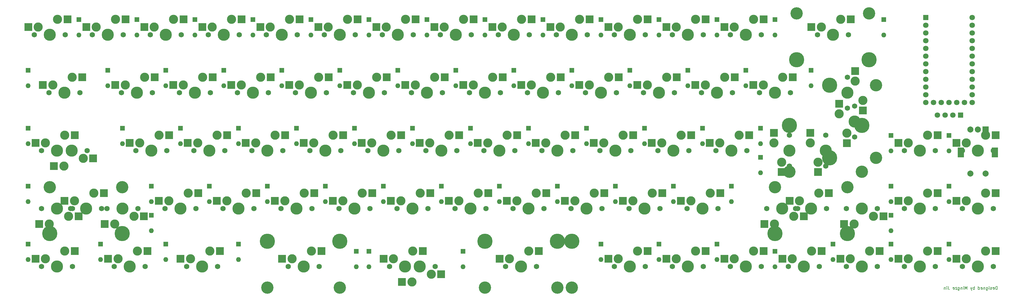
<source format=gbr>
%TF.GenerationSoftware,KiCad,Pcbnew,(6.0.1)*%
%TF.CreationDate,2022-05-17T12:01:51-04:00*%
%TF.ProjectId,GanJing 65 rev 2 hotswap,47616e4a-696e-4672-9036-352072657620,2*%
%TF.SameCoordinates,Original*%
%TF.FileFunction,Soldermask,Bot*%
%TF.FilePolarity,Negative*%
%FSLAX46Y46*%
G04 Gerber Fmt 4.6, Leading zero omitted, Abs format (unit mm)*
G04 Created by KiCad (PCBNEW (6.0.1)) date 2022-05-17 12:01:51*
%MOMM*%
%LPD*%
G01*
G04 APERTURE LIST*
%ADD10C,0.150000*%
%ADD11R,1.600000X1.600000*%
%ADD12O,1.600000X1.600000*%
%ADD13R,1.800000X1.800000*%
%ADD14C,1.800000*%
%ADD15C,3.987800*%
%ADD16C,1.750000*%
%ADD17C,3.000000*%
%ADD18R,2.550000X2.500000*%
%ADD19C,4.050000*%
%ADD20C,5.000000*%
%ADD21R,2.500000X2.550000*%
%ADD22R,2.000000X3.200000*%
%ADD23R,2.000000X2.000000*%
%ADD24C,2.000000*%
G04 APERTURE END LIST*
D10*
X370664285Y-188571130D02*
X370664285Y-187571130D01*
X370426190Y-187571130D01*
X370283333Y-187618750D01*
X370188095Y-187713988D01*
X370140476Y-187809226D01*
X370092857Y-187999702D01*
X370092857Y-188142559D01*
X370140476Y-188333035D01*
X370188095Y-188428273D01*
X370283333Y-188523511D01*
X370426190Y-188571130D01*
X370664285Y-188571130D01*
X369283333Y-188523511D02*
X369378571Y-188571130D01*
X369569047Y-188571130D01*
X369664285Y-188523511D01*
X369711904Y-188428273D01*
X369711904Y-188047321D01*
X369664285Y-187952083D01*
X369569047Y-187904464D01*
X369378571Y-187904464D01*
X369283333Y-187952083D01*
X369235714Y-188047321D01*
X369235714Y-188142559D01*
X369711904Y-188237797D01*
X368854761Y-188523511D02*
X368759523Y-188571130D01*
X368569047Y-188571130D01*
X368473809Y-188523511D01*
X368426190Y-188428273D01*
X368426190Y-188380654D01*
X368473809Y-188285416D01*
X368569047Y-188237797D01*
X368711904Y-188237797D01*
X368807142Y-188190178D01*
X368854761Y-188094940D01*
X368854761Y-188047321D01*
X368807142Y-187952083D01*
X368711904Y-187904464D01*
X368569047Y-187904464D01*
X368473809Y-187952083D01*
X367997619Y-188571130D02*
X367997619Y-187904464D01*
X367997619Y-187571130D02*
X368045238Y-187618750D01*
X367997619Y-187666369D01*
X367950000Y-187618750D01*
X367997619Y-187571130D01*
X367997619Y-187666369D01*
X367092857Y-187904464D02*
X367092857Y-188713988D01*
X367140476Y-188809226D01*
X367188095Y-188856845D01*
X367283333Y-188904464D01*
X367426190Y-188904464D01*
X367521428Y-188856845D01*
X367092857Y-188523511D02*
X367188095Y-188571130D01*
X367378571Y-188571130D01*
X367473809Y-188523511D01*
X367521428Y-188475892D01*
X367569047Y-188380654D01*
X367569047Y-188094940D01*
X367521428Y-187999702D01*
X367473809Y-187952083D01*
X367378571Y-187904464D01*
X367188095Y-187904464D01*
X367092857Y-187952083D01*
X366616666Y-187904464D02*
X366616666Y-188571130D01*
X366616666Y-187999702D02*
X366569047Y-187952083D01*
X366473809Y-187904464D01*
X366330952Y-187904464D01*
X366235714Y-187952083D01*
X366188095Y-188047321D01*
X366188095Y-188571130D01*
X365330952Y-188523511D02*
X365426190Y-188571130D01*
X365616666Y-188571130D01*
X365711904Y-188523511D01*
X365759523Y-188428273D01*
X365759523Y-188047321D01*
X365711904Y-187952083D01*
X365616666Y-187904464D01*
X365426190Y-187904464D01*
X365330952Y-187952083D01*
X365283333Y-188047321D01*
X365283333Y-188142559D01*
X365759523Y-188237797D01*
X364426190Y-188571130D02*
X364426190Y-187571130D01*
X364426190Y-188523511D02*
X364521428Y-188571130D01*
X364711904Y-188571130D01*
X364807142Y-188523511D01*
X364854761Y-188475892D01*
X364902380Y-188380654D01*
X364902380Y-188094940D01*
X364854761Y-187999702D01*
X364807142Y-187952083D01*
X364711904Y-187904464D01*
X364521428Y-187904464D01*
X364426190Y-187952083D01*
X363188095Y-188571130D02*
X363188095Y-187571130D01*
X363188095Y-187952083D02*
X363092857Y-187904464D01*
X362902380Y-187904464D01*
X362807142Y-187952083D01*
X362759523Y-187999702D01*
X362711904Y-188094940D01*
X362711904Y-188380654D01*
X362759523Y-188475892D01*
X362807142Y-188523511D01*
X362902380Y-188571130D01*
X363092857Y-188571130D01*
X363188095Y-188523511D01*
X362378571Y-187904464D02*
X362140476Y-188571130D01*
X361902380Y-187904464D02*
X362140476Y-188571130D01*
X362235714Y-188809226D01*
X362283333Y-188856845D01*
X362378571Y-188904464D01*
X360759523Y-188571130D02*
X360759523Y-187571130D01*
X360426190Y-188285416D01*
X360092857Y-187571130D01*
X360092857Y-188571130D01*
X359616666Y-188571130D02*
X359616666Y-187904464D01*
X359616666Y-187571130D02*
X359664285Y-187618750D01*
X359616666Y-187666369D01*
X359569047Y-187618750D01*
X359616666Y-187571130D01*
X359616666Y-187666369D01*
X359140476Y-187904464D02*
X359140476Y-188571130D01*
X359140476Y-187999702D02*
X359092857Y-187952083D01*
X358997619Y-187904464D01*
X358854761Y-187904464D01*
X358759523Y-187952083D01*
X358711904Y-188047321D01*
X358711904Y-188571130D01*
X357807142Y-187904464D02*
X357807142Y-188713988D01*
X357854761Y-188809226D01*
X357902380Y-188856845D01*
X357997619Y-188904464D01*
X358140476Y-188904464D01*
X358235714Y-188856845D01*
X357807142Y-188523511D02*
X357902380Y-188571130D01*
X358092857Y-188571130D01*
X358188095Y-188523511D01*
X358235714Y-188475892D01*
X358283333Y-188380654D01*
X358283333Y-188094940D01*
X358235714Y-187999702D01*
X358188095Y-187952083D01*
X358092857Y-187904464D01*
X357902380Y-187904464D01*
X357807142Y-187952083D01*
X357426190Y-187904464D02*
X356902380Y-187904464D01*
X357426190Y-188571130D01*
X356902380Y-188571130D01*
X356140476Y-188523511D02*
X356235714Y-188571130D01*
X356426190Y-188571130D01*
X356521428Y-188523511D01*
X356569047Y-188428273D01*
X356569047Y-188047321D01*
X356521428Y-187952083D01*
X356426190Y-187904464D01*
X356235714Y-187904464D01*
X356140476Y-187952083D01*
X356092857Y-188047321D01*
X356092857Y-188142559D01*
X356569047Y-188237797D01*
X354616666Y-187571130D02*
X354616666Y-188285416D01*
X354664285Y-188428273D01*
X354759523Y-188523511D01*
X354902380Y-188571130D01*
X354997619Y-188571130D01*
X354140476Y-188571130D02*
X354140476Y-187904464D01*
X354140476Y-187571130D02*
X354188095Y-187618750D01*
X354140476Y-187666369D01*
X354092857Y-187618750D01*
X354140476Y-187571130D01*
X354140476Y-187666369D01*
X353664285Y-187904464D02*
X353664285Y-188571130D01*
X353664285Y-187999702D02*
X353616666Y-187952083D01*
X353521428Y-187904464D01*
X353378571Y-187904464D01*
X353283333Y-187952083D01*
X353235714Y-188047321D01*
X353235714Y-188571130D01*
D11*
%TO.C,D1*%
X69056250Y-99853750D03*
D12*
X69056250Y-104933750D03*
%TD*%
D11*
%TO.C,D2*%
X88106250Y-99853750D03*
D12*
X88106250Y-104933750D03*
%TD*%
D11*
%TO.C,D3*%
X107156250Y-99853750D03*
D12*
X107156250Y-104933750D03*
%TD*%
D11*
%TO.C,D4*%
X126206250Y-99853750D03*
D12*
X126206250Y-104933750D03*
%TD*%
D11*
%TO.C,D5*%
X145256250Y-99853750D03*
D12*
X145256250Y-104933750D03*
%TD*%
D11*
%TO.C,D6*%
X164306250Y-99853750D03*
D12*
X164306250Y-104933750D03*
%TD*%
D11*
%TO.C,D7*%
X183356250Y-99853750D03*
D12*
X183356250Y-104933750D03*
%TD*%
D11*
%TO.C,D8*%
X202406250Y-99853750D03*
D12*
X202406250Y-104933750D03*
%TD*%
D11*
%TO.C,D9*%
X221456250Y-99853750D03*
D12*
X221456250Y-104933750D03*
%TD*%
D11*
%TO.C,D10*%
X240506250Y-99853750D03*
D12*
X240506250Y-104933750D03*
%TD*%
D11*
%TO.C,D11*%
X259556250Y-99853750D03*
D12*
X259556250Y-104933750D03*
%TD*%
D11*
%TO.C,D12*%
X278606250Y-99853750D03*
D12*
X278606250Y-104933750D03*
%TD*%
D11*
%TO.C,D13*%
X297656250Y-99853750D03*
D12*
X297656250Y-104933750D03*
%TD*%
D11*
%TO.C,D14*%
X333375000Y-99853750D03*
D12*
X333375000Y-104933750D03*
%TD*%
D11*
%TO.C,D16*%
X52387500Y-116522500D03*
D12*
X52387500Y-121602500D03*
%TD*%
D11*
%TO.C,D17*%
X78581250Y-116522500D03*
D12*
X78581250Y-121602500D03*
%TD*%
D11*
%TO.C,D18*%
X97631250Y-116522500D03*
D12*
X97631250Y-121602500D03*
%TD*%
D11*
%TO.C,D19*%
X116681250Y-116522500D03*
D12*
X116681250Y-121602500D03*
%TD*%
D11*
%TO.C,D20*%
X135731250Y-116522500D03*
D12*
X135731250Y-121602500D03*
%TD*%
D11*
%TO.C,D21*%
X154781250Y-116522500D03*
D12*
X154781250Y-121602500D03*
%TD*%
D11*
%TO.C,D22*%
X173831250Y-116522500D03*
D12*
X173831250Y-121602500D03*
%TD*%
D11*
%TO.C,D23*%
X192881250Y-116522500D03*
D12*
X192881250Y-121602500D03*
%TD*%
D11*
%TO.C,D24*%
X211931250Y-116522500D03*
D12*
X211931250Y-121602500D03*
%TD*%
D11*
%TO.C,D25*%
X230981250Y-116522500D03*
D12*
X230981250Y-121602500D03*
%TD*%
D11*
%TO.C,D26*%
X250031250Y-116522500D03*
D12*
X250031250Y-121602500D03*
%TD*%
D11*
%TO.C,D27*%
X269081250Y-116522500D03*
D12*
X269081250Y-121602500D03*
%TD*%
D11*
%TO.C,D28*%
X288131250Y-116522500D03*
D12*
X288131250Y-121602500D03*
%TD*%
D11*
%TO.C,D29*%
X309562500Y-116522500D03*
D12*
X309562500Y-121602500D03*
%TD*%
D11*
%TO.C,D30*%
X335756250Y-137953750D03*
D12*
X335756250Y-143033750D03*
%TD*%
D11*
%TO.C,D31*%
X52387500Y-135572500D03*
D12*
X52387500Y-140652500D03*
%TD*%
D11*
%TO.C,D32*%
X83343750Y-135572500D03*
D12*
X83343750Y-140652500D03*
%TD*%
D11*
%TO.C,D33*%
X102393750Y-135572500D03*
D12*
X102393750Y-140652500D03*
%TD*%
D11*
%TO.C,D34*%
X121443750Y-135572500D03*
D12*
X121443750Y-140652500D03*
%TD*%
D11*
%TO.C,D35*%
X140493750Y-135572500D03*
D12*
X140493750Y-140652500D03*
%TD*%
D11*
%TO.C,D36*%
X159543750Y-135572500D03*
D12*
X159543750Y-140652500D03*
%TD*%
D11*
%TO.C,D37*%
X178593750Y-135572500D03*
D12*
X178593750Y-140652500D03*
%TD*%
D11*
%TO.C,D38*%
X197643750Y-135572500D03*
D12*
X197643750Y-140652500D03*
%TD*%
D11*
%TO.C,D39*%
X216693750Y-135572500D03*
D12*
X216693750Y-140652500D03*
%TD*%
D11*
%TO.C,D40*%
X235743750Y-135572500D03*
D12*
X235743750Y-140652500D03*
%TD*%
D11*
%TO.C,D41*%
X254793750Y-135572500D03*
D12*
X254793750Y-140652500D03*
%TD*%
D11*
%TO.C,D42*%
X273843750Y-135572500D03*
D12*
X273843750Y-140652500D03*
%TD*%
D11*
%TO.C,D44*%
X292893750Y-135572500D03*
D12*
X292893750Y-140652500D03*
%TD*%
D11*
%TO.C,D45*%
X335756250Y-154622500D03*
D12*
X335756250Y-159702500D03*
%TD*%
D11*
%TO.C,D46*%
X52387500Y-154622500D03*
D12*
X52387500Y-159702500D03*
%TD*%
D11*
%TO.C,D48*%
X92868750Y-154622500D03*
D12*
X92868750Y-159702500D03*
%TD*%
D11*
%TO.C,D49*%
X111918750Y-154622500D03*
D12*
X111918750Y-159702500D03*
%TD*%
D11*
%TO.C,D50*%
X130968750Y-154622500D03*
D12*
X130968750Y-159702500D03*
%TD*%
D11*
%TO.C,D51*%
X150018750Y-154622500D03*
D12*
X150018750Y-159702500D03*
%TD*%
D11*
%TO.C,D52*%
X169068750Y-154622500D03*
D12*
X169068750Y-159702500D03*
%TD*%
D11*
%TO.C,D53*%
X188118750Y-154622500D03*
D12*
X188118750Y-159702500D03*
%TD*%
D11*
%TO.C,D54*%
X207168750Y-154622500D03*
D12*
X207168750Y-159702500D03*
%TD*%
D11*
%TO.C,D55*%
X226218750Y-154622500D03*
D12*
X226218750Y-159702500D03*
%TD*%
D11*
%TO.C,D57*%
X264318750Y-154622500D03*
D12*
X264318750Y-159702500D03*
%TD*%
D11*
%TO.C,D58*%
X283368750Y-154622500D03*
D12*
X283368750Y-159702500D03*
%TD*%
D11*
%TO.C,D60*%
X354806250Y-154622500D03*
D12*
X354806250Y-159702500D03*
%TD*%
D11*
%TO.C,D61*%
X52387500Y-173672500D03*
D12*
X52387500Y-178752500D03*
%TD*%
D11*
%TO.C,D62*%
X76200000Y-173672500D03*
D12*
X76200000Y-178752500D03*
%TD*%
D11*
%TO.C,D63*%
X97631250Y-173672500D03*
D12*
X97631250Y-178752500D03*
%TD*%
D11*
%TO.C,D66*%
X164306250Y-176053750D03*
D12*
X164306250Y-181133750D03*
%TD*%
D11*
%TO.C,D68*%
X240506250Y-173672500D03*
D12*
X240506250Y-178752500D03*
%TD*%
D11*
%TO.C,D69*%
X259556250Y-173672500D03*
D12*
X259556250Y-178752500D03*
%TD*%
D11*
%TO.C,D70*%
X278606250Y-173672500D03*
D12*
X278606250Y-178752500D03*
%TD*%
D11*
%TO.C,D71*%
X297656250Y-176053750D03*
D12*
X297656250Y-181133750D03*
%TD*%
D11*
%TO.C,D72*%
X316706250Y-173672500D03*
D12*
X316706250Y-178752500D03*
%TD*%
D11*
%TO.C,D74*%
X354806250Y-173672500D03*
D12*
X354806250Y-178752500D03*
%TD*%
D11*
%TO.C,D15*%
X354806250Y-137953750D03*
D12*
X354806250Y-143033750D03*
%TD*%
D13*
%TO.C,DS1*%
X358616250Y-131250000D03*
D14*
X356076250Y-131250000D03*
X353536250Y-131250000D03*
X350996250Y-131250000D03*
%TD*%
D15*
%TO.C,MX1*%
X59531250Y-104775000D03*
D16*
X54451250Y-104775000D03*
D17*
X55721250Y-102235000D03*
X62071250Y-99695000D03*
D16*
X64611250Y-104775000D03*
D18*
X52446250Y-102235000D03*
X65373250Y-99695000D03*
%TD*%
D17*
%TO.C,MX2*%
X74771250Y-102235000D03*
D16*
X83661250Y-104775000D03*
D15*
X78581250Y-104775000D03*
D17*
X81121250Y-99695000D03*
D16*
X73501250Y-104775000D03*
D18*
X71496250Y-102235000D03*
X84423250Y-99695000D03*
%TD*%
D16*
%TO.C,MX3*%
X102711250Y-104775000D03*
D17*
X100171250Y-99695000D03*
D15*
X97631250Y-104775000D03*
D16*
X92551250Y-104775000D03*
D17*
X93821250Y-102235000D03*
D18*
X90546250Y-102235000D03*
X103473250Y-99695000D03*
%TD*%
D17*
%TO.C,MX4*%
X112871250Y-102235000D03*
D16*
X121761250Y-104775000D03*
X111601250Y-104775000D03*
D15*
X116681250Y-104775000D03*
D17*
X119221250Y-99695000D03*
D18*
X109596250Y-102235000D03*
X122523250Y-99695000D03*
%TD*%
D16*
%TO.C,MX5*%
X140811250Y-104775000D03*
X130651250Y-104775000D03*
D17*
X138271250Y-99695000D03*
D15*
X135731250Y-104775000D03*
D17*
X131921250Y-102235000D03*
D18*
X128646250Y-102235000D03*
X141573250Y-99695000D03*
%TD*%
D17*
%TO.C,MX6*%
X157321250Y-99695000D03*
D15*
X154781250Y-104775000D03*
D16*
X159861250Y-104775000D03*
D17*
X150971250Y-102235000D03*
D16*
X149701250Y-104775000D03*
D18*
X147696250Y-102235000D03*
X160623250Y-99695000D03*
%TD*%
D16*
%TO.C,MX7*%
X168751250Y-104775000D03*
D17*
X176371250Y-99695000D03*
D16*
X178911250Y-104775000D03*
D17*
X170021250Y-102235000D03*
D15*
X173831250Y-104775000D03*
D18*
X166746250Y-102235000D03*
X179673250Y-99695000D03*
%TD*%
D17*
%TO.C,MX8*%
X189071250Y-102235000D03*
D15*
X192881250Y-104775000D03*
D17*
X195421250Y-99695000D03*
D16*
X187801250Y-104775000D03*
X197961250Y-104775000D03*
D18*
X185796250Y-102235000D03*
X198723250Y-99695000D03*
%TD*%
D17*
%TO.C,MX9*%
X208121250Y-102235000D03*
D16*
X206851250Y-104775000D03*
D15*
X211931250Y-104775000D03*
D17*
X214471250Y-99695000D03*
D16*
X217011250Y-104775000D03*
D18*
X204846250Y-102235000D03*
X217773250Y-99695000D03*
%TD*%
D15*
%TO.C,MX10*%
X230981250Y-104775000D03*
D17*
X233521250Y-99695000D03*
X227171250Y-102235000D03*
D16*
X236061250Y-104775000D03*
X225901250Y-104775000D03*
D18*
X223896250Y-102235000D03*
X236823250Y-99695000D03*
%TD*%
D16*
%TO.C,MX11*%
X255111250Y-104775000D03*
X244951250Y-104775000D03*
D17*
X246221250Y-102235000D03*
X252571250Y-99695000D03*
D15*
X250031250Y-104775000D03*
D18*
X242946250Y-102235000D03*
X255873250Y-99695000D03*
%TD*%
D17*
%TO.C,MX12*%
X271621250Y-99695000D03*
D15*
X269081250Y-104775000D03*
D17*
X265271250Y-102235000D03*
D16*
X264001250Y-104775000D03*
X274161250Y-104775000D03*
D18*
X261996250Y-102235000D03*
X274923250Y-99695000D03*
%TD*%
D15*
%TO.C,MX13*%
X288131250Y-104775000D03*
D17*
X284321250Y-102235000D03*
D16*
X293211250Y-104775000D03*
D17*
X290671250Y-99695000D03*
D16*
X283051250Y-104775000D03*
D18*
X281046250Y-102235000D03*
X293973250Y-99695000D03*
%TD*%
D17*
%TO.C,MX14*%
X312896250Y-102235000D03*
D19*
X304806250Y-97775000D03*
D17*
X319246250Y-99695000D03*
D20*
X304806250Y-113015000D03*
D19*
X328606250Y-97775000D03*
D16*
X321786250Y-104775000D03*
D20*
X328606250Y-113015000D03*
D16*
X311626250Y-104775000D03*
D15*
X316706250Y-104775000D03*
D18*
X309621250Y-102235000D03*
X322548250Y-99695000D03*
%TD*%
D15*
%TO.C,MX16*%
X64293750Y-123825000D03*
D16*
X69373750Y-123825000D03*
D17*
X66833750Y-118745000D03*
D16*
X59213750Y-123825000D03*
D17*
X60483750Y-121285000D03*
D18*
X70135750Y-118745000D03*
X57208750Y-121285000D03*
%TD*%
D16*
%TO.C,MX17*%
X93186250Y-123825000D03*
X83026250Y-123825000D03*
D17*
X84296250Y-121285000D03*
D15*
X88106250Y-123825000D03*
D17*
X90646250Y-118745000D03*
D18*
X93948250Y-118745000D03*
X81021250Y-121285000D03*
%TD*%
D17*
%TO.C,MX18*%
X109696250Y-118745000D03*
D16*
X102076250Y-123825000D03*
D17*
X103346250Y-121285000D03*
D16*
X112236250Y-123825000D03*
D15*
X107156250Y-123825000D03*
D18*
X112998250Y-118745000D03*
X100071250Y-121285000D03*
%TD*%
D16*
%TO.C,MX19*%
X121126250Y-123825000D03*
X131286250Y-123825000D03*
D17*
X122396250Y-121285000D03*
D15*
X126206250Y-123825000D03*
D17*
X128746250Y-118745000D03*
D18*
X132048250Y-118745000D03*
X119121250Y-121285000D03*
%TD*%
D15*
%TO.C,MX20*%
X145256250Y-123825000D03*
D17*
X141446250Y-121285000D03*
X147796250Y-118745000D03*
D16*
X150336250Y-123825000D03*
X140176250Y-123825000D03*
D18*
X151098250Y-118745000D03*
X138171250Y-121285000D03*
%TD*%
D15*
%TO.C,MX21*%
X164306250Y-123825000D03*
D17*
X160496250Y-121285000D03*
X166846250Y-118745000D03*
D16*
X159226250Y-123825000D03*
X169386250Y-123825000D03*
D18*
X170148250Y-118745000D03*
X157221250Y-121285000D03*
%TD*%
D15*
%TO.C,MX22*%
X183356250Y-123825000D03*
D17*
X185896250Y-118745000D03*
D16*
X188436250Y-123825000D03*
D17*
X179546250Y-121285000D03*
D16*
X178276250Y-123825000D03*
D18*
X189198250Y-118745000D03*
X176271250Y-121285000D03*
%TD*%
D16*
%TO.C,MX23*%
X207486250Y-123825000D03*
D17*
X204946250Y-118745000D03*
D16*
X197326250Y-123825000D03*
D17*
X198596250Y-121285000D03*
D15*
X202406250Y-123825000D03*
D18*
X208248250Y-118745000D03*
X195321250Y-121285000D03*
%TD*%
D17*
%TO.C,MX24*%
X223996250Y-118745000D03*
D16*
X226536250Y-123825000D03*
D17*
X217646250Y-121285000D03*
D15*
X221456250Y-123825000D03*
D16*
X216376250Y-123825000D03*
D18*
X227298250Y-118745000D03*
X214371250Y-121285000D03*
%TD*%
D15*
%TO.C,MX25*%
X240506250Y-123825000D03*
D17*
X236696250Y-121285000D03*
X243046250Y-118745000D03*
D16*
X235426250Y-123825000D03*
X245586250Y-123825000D03*
D18*
X246348250Y-118745000D03*
X233421250Y-121285000D03*
%TD*%
D15*
%TO.C,MX26*%
X259556250Y-123825000D03*
D16*
X264636250Y-123825000D03*
D17*
X262096250Y-118745000D03*
D16*
X254476250Y-123825000D03*
D17*
X255746250Y-121285000D03*
D18*
X265398250Y-118745000D03*
X252471250Y-121285000D03*
%TD*%
D17*
%TO.C,MX27*%
X274796250Y-121285000D03*
X281146250Y-118745000D03*
D16*
X283686250Y-123825000D03*
D15*
X278606250Y-123825000D03*
D16*
X273526250Y-123825000D03*
D18*
X284448250Y-118745000D03*
X271521250Y-121285000D03*
%TD*%
D17*
%TO.C,MX28*%
X293846250Y-121285000D03*
D16*
X292576250Y-123825000D03*
D17*
X300196250Y-118745000D03*
D16*
X302736250Y-123825000D03*
D15*
X297656250Y-123825000D03*
D18*
X303498250Y-118745000D03*
X290571250Y-121285000D03*
%TD*%
D16*
%TO.C,MX29*%
X321468750Y-128905000D03*
D15*
X321468750Y-123825000D03*
D16*
X321468750Y-118745000D03*
D17*
X326548750Y-126365000D03*
X324008750Y-120015000D03*
D21*
X326548750Y-129667000D03*
X324008750Y-116740000D03*
%TD*%
D17*
%TO.C,MX30*%
X347821250Y-137795000D03*
D15*
X345281250Y-142875000D03*
D17*
X341471250Y-140335000D03*
D16*
X350361250Y-142875000D03*
X340201250Y-142875000D03*
D18*
X351123250Y-137795000D03*
X338196250Y-140335000D03*
%TD*%
D17*
%TO.C,MX31*%
X64135000Y-147955000D03*
D16*
X71755000Y-142875000D03*
D15*
X66675000Y-142875000D03*
D16*
X61595000Y-142875000D03*
D17*
X70485000Y-145415000D03*
D18*
X73760000Y-145415000D03*
X60833000Y-147955000D03*
%TD*%
D15*
%TO.C,MX32*%
X92868750Y-142875000D03*
D16*
X87788750Y-142875000D03*
X97948750Y-142875000D03*
D17*
X95408750Y-137795000D03*
X89058750Y-140335000D03*
D18*
X98710750Y-137795000D03*
X85783750Y-140335000D03*
%TD*%
D17*
%TO.C,MX33*%
X114458750Y-137795000D03*
X108108750Y-140335000D03*
D16*
X116998750Y-142875000D03*
X106838750Y-142875000D03*
D15*
X111918750Y-142875000D03*
D18*
X117760750Y-137795000D03*
X104833750Y-140335000D03*
%TD*%
D16*
%TO.C,MX34*%
X125888750Y-142875000D03*
D15*
X130968750Y-142875000D03*
D17*
X133508750Y-137795000D03*
X127158750Y-140335000D03*
D16*
X136048750Y-142875000D03*
D18*
X136810750Y-137795000D03*
X123883750Y-140335000D03*
%TD*%
D15*
%TO.C,MX35*%
X150018750Y-142875000D03*
D16*
X144938750Y-142875000D03*
D17*
X152558750Y-137795000D03*
X146208750Y-140335000D03*
D16*
X155098750Y-142875000D03*
D18*
X155860750Y-137795000D03*
X142933750Y-140335000D03*
%TD*%
D16*
%TO.C,MX36*%
X174148750Y-142875000D03*
X163988750Y-142875000D03*
D17*
X165258750Y-140335000D03*
X171608750Y-137795000D03*
D15*
X169068750Y-142875000D03*
D18*
X174910750Y-137795000D03*
X161983750Y-140335000D03*
%TD*%
D17*
%TO.C,MX37*%
X184308750Y-140335000D03*
D15*
X188118750Y-142875000D03*
D17*
X190658750Y-137795000D03*
D16*
X193198750Y-142875000D03*
X183038750Y-142875000D03*
D18*
X193960750Y-137795000D03*
X181033750Y-140335000D03*
%TD*%
D16*
%TO.C,MX38*%
X202088750Y-142875000D03*
D17*
X209708750Y-137795000D03*
X203358750Y-140335000D03*
D16*
X212248750Y-142875000D03*
D15*
X207168750Y-142875000D03*
D18*
X213010750Y-137795000D03*
X200083750Y-140335000D03*
%TD*%
D16*
%TO.C,MX39*%
X231298750Y-142875000D03*
X221138750Y-142875000D03*
D17*
X228758750Y-137795000D03*
X222408750Y-140335000D03*
D15*
X226218750Y-142875000D03*
D18*
X232060750Y-137795000D03*
X219133750Y-140335000D03*
%TD*%
D17*
%TO.C,MX40*%
X247808750Y-137795000D03*
D15*
X245268750Y-142875000D03*
D16*
X250348750Y-142875000D03*
D17*
X241458750Y-140335000D03*
D16*
X240188750Y-142875000D03*
D18*
X251110750Y-137795000D03*
X238183750Y-140335000D03*
%TD*%
D16*
%TO.C,MX41*%
X269398750Y-142875000D03*
D17*
X260508750Y-140335000D03*
D16*
X259238750Y-142875000D03*
D17*
X266858750Y-137795000D03*
D15*
X264318750Y-142875000D03*
D18*
X270160750Y-137795000D03*
X257233750Y-140335000D03*
%TD*%
D16*
%TO.C,MX42*%
X278288750Y-142875000D03*
D17*
X285908750Y-137795000D03*
D16*
X288448750Y-142875000D03*
D17*
X279558750Y-140335000D03*
D15*
X283368750Y-142875000D03*
D18*
X289210750Y-137795000D03*
X276283750Y-140335000D03*
%TD*%
D16*
%TO.C,MX44*%
X314325000Y-147955000D03*
X314325000Y-137795000D03*
D17*
X311785000Y-146685000D03*
D15*
X314325000Y-142875000D03*
D17*
X309245000Y-140335000D03*
D20*
X326225000Y-134635000D03*
D19*
X326225000Y-149875000D03*
X302425000Y-149875000D03*
D20*
X302425000Y-134635000D03*
D21*
X311785000Y-149960000D03*
X309245000Y-137033000D03*
%TD*%
D17*
%TO.C,MX45*%
X341471250Y-159385000D03*
X347821250Y-156845000D03*
D15*
X345281250Y-161925000D03*
D16*
X350361250Y-161925000D03*
X340201250Y-161925000D03*
D18*
X351123250Y-156845000D03*
X338196250Y-159385000D03*
%TD*%
D16*
%TO.C,MX46*%
X76517500Y-161925000D03*
D20*
X59537500Y-170165000D03*
D19*
X59537500Y-154925000D03*
X83337500Y-154925000D03*
D20*
X83337500Y-170165000D03*
D16*
X66357500Y-161925000D03*
D15*
X71437500Y-161925000D03*
D17*
X67627500Y-159385000D03*
X73977500Y-156845000D03*
D18*
X77279500Y-156845000D03*
X64352500Y-159385000D03*
%TD*%
D15*
%TO.C,MX48*%
X102393750Y-161925000D03*
D17*
X98583750Y-159385000D03*
X104933750Y-156845000D03*
D16*
X107473750Y-161925000D03*
X97313750Y-161925000D03*
D18*
X108235750Y-156845000D03*
X95308750Y-159385000D03*
%TD*%
D17*
%TO.C,MX49*%
X117633750Y-159385000D03*
D16*
X126523750Y-161925000D03*
D17*
X123983750Y-156845000D03*
D15*
X121443750Y-161925000D03*
D16*
X116363750Y-161925000D03*
D18*
X127285750Y-156845000D03*
X114358750Y-159385000D03*
%TD*%
D16*
%TO.C,MX50*%
X145573750Y-161925000D03*
D15*
X140493750Y-161925000D03*
D17*
X143033750Y-156845000D03*
X136683750Y-159385000D03*
D16*
X135413750Y-161925000D03*
D18*
X146335750Y-156845000D03*
X133408750Y-159385000D03*
%TD*%
D16*
%TO.C,MX51*%
X164623750Y-161925000D03*
D17*
X155733750Y-159385000D03*
D15*
X159543750Y-161925000D03*
D16*
X154463750Y-161925000D03*
D17*
X162083750Y-156845000D03*
D18*
X165385750Y-156845000D03*
X152458750Y-159385000D03*
%TD*%
D15*
%TO.C,MX52*%
X178593750Y-161925000D03*
D17*
X181133750Y-156845000D03*
X174783750Y-159385000D03*
D16*
X173513750Y-161925000D03*
X183673750Y-161925000D03*
D18*
X184435750Y-156845000D03*
X171508750Y-159385000D03*
%TD*%
D16*
%TO.C,MX53*%
X202723750Y-161925000D03*
D17*
X193833750Y-159385000D03*
D16*
X192563750Y-161925000D03*
D17*
X200183750Y-156845000D03*
D15*
X197643750Y-161925000D03*
D18*
X203485750Y-156845000D03*
X190558750Y-159385000D03*
%TD*%
D17*
%TO.C,MX54*%
X212883750Y-159385000D03*
X219233750Y-156845000D03*
D15*
X216693750Y-161925000D03*
D16*
X221773750Y-161925000D03*
X211613750Y-161925000D03*
D18*
X222535750Y-156845000D03*
X209608750Y-159385000D03*
%TD*%
D16*
%TO.C,MX55*%
X230663750Y-161925000D03*
D17*
X231933750Y-159385000D03*
D16*
X240823750Y-161925000D03*
D15*
X235743750Y-161925000D03*
D17*
X238283750Y-156845000D03*
D18*
X241585750Y-156845000D03*
X228658750Y-159385000D03*
%TD*%
D17*
%TO.C,MX56*%
X257333750Y-156845000D03*
D16*
X249713750Y-161925000D03*
D15*
X254793750Y-161925000D03*
D17*
X250983750Y-159385000D03*
D16*
X259873750Y-161925000D03*
D18*
X260635750Y-156845000D03*
X247708750Y-159385000D03*
%TD*%
D17*
%TO.C,MX57*%
X276383750Y-156845000D03*
D16*
X268763750Y-161925000D03*
X278923750Y-161925000D03*
D17*
X270033750Y-159385000D03*
D15*
X273843750Y-161925000D03*
D18*
X279685750Y-156845000D03*
X266758750Y-159385000D03*
%TD*%
D15*
%TO.C,MX58*%
X309562500Y-161925000D03*
D19*
X321462500Y-154925000D03*
D16*
X314642500Y-161925000D03*
D17*
X312102500Y-156845000D03*
D20*
X321462500Y-170165000D03*
D17*
X305752500Y-159385000D03*
D16*
X304482500Y-161925000D03*
D19*
X297662500Y-154925000D03*
D20*
X297662500Y-170165000D03*
D18*
X315404500Y-156845000D03*
X302477500Y-159385000D03*
%TD*%
D17*
%TO.C,MX60*%
X366871250Y-156845000D03*
D16*
X359251250Y-161925000D03*
D15*
X364331250Y-161925000D03*
D17*
X360521250Y-159385000D03*
D16*
X369411250Y-161925000D03*
D18*
X370173250Y-156845000D03*
X357246250Y-159385000D03*
%TD*%
D16*
%TO.C,MX61*%
X66992500Y-180975000D03*
D15*
X61912500Y-180975000D03*
D17*
X64452500Y-175895000D03*
D16*
X56832500Y-180975000D03*
D17*
X58102500Y-178435000D03*
D18*
X67754500Y-175895000D03*
X54827500Y-178435000D03*
%TD*%
D17*
%TO.C,MX62*%
X88265000Y-175895000D03*
X81915000Y-178435000D03*
D16*
X90805000Y-180975000D03*
X80645000Y-180975000D03*
D15*
X85725000Y-180975000D03*
D18*
X91567000Y-175895000D03*
X78640000Y-178435000D03*
%TD*%
D16*
%TO.C,MX63*%
X104457500Y-180975000D03*
D15*
X109537500Y-180975000D03*
D16*
X114617500Y-180975000D03*
D17*
X112077500Y-175895000D03*
X105727500Y-178435000D03*
D18*
X115379500Y-175895000D03*
X102452500Y-178435000D03*
%TD*%
D16*
%TO.C,MX68*%
X255111250Y-180975000D03*
X244951250Y-180975000D03*
D17*
X252571250Y-175895000D03*
D15*
X250031250Y-180975000D03*
D17*
X246221250Y-178435000D03*
D18*
X255873250Y-175895000D03*
X242946250Y-178435000D03*
%TD*%
D17*
%TO.C,MX69*%
X271621250Y-175895000D03*
D16*
X264001250Y-180975000D03*
D15*
X269081250Y-180975000D03*
D16*
X274161250Y-180975000D03*
D17*
X265271250Y-178435000D03*
D18*
X274923250Y-175895000D03*
X261996250Y-178435000D03*
%TD*%
D17*
%TO.C,MX70*%
X290671250Y-175895000D03*
X284321250Y-178435000D03*
D16*
X283051250Y-180975000D03*
D15*
X288131250Y-180975000D03*
D16*
X293211250Y-180975000D03*
D18*
X293973250Y-175895000D03*
X281046250Y-178435000D03*
%TD*%
D15*
%TO.C,MX71*%
X307181250Y-180975000D03*
D16*
X312261250Y-180975000D03*
D17*
X303371250Y-178435000D03*
X309721250Y-175895000D03*
D16*
X302101250Y-180975000D03*
D18*
X313023250Y-175895000D03*
X300096250Y-178435000D03*
%TD*%
D17*
%TO.C,MX72*%
X328771250Y-175895000D03*
D16*
X331311250Y-180975000D03*
D15*
X326231250Y-180975000D03*
D16*
X321151250Y-180975000D03*
D17*
X322421250Y-178435000D03*
D18*
X332073250Y-175895000D03*
X319146250Y-178435000D03*
%TD*%
D16*
%TO.C,MX73*%
X350361250Y-180975000D03*
D17*
X347821250Y-175895000D03*
D16*
X340201250Y-180975000D03*
D15*
X345281250Y-180975000D03*
D17*
X341471250Y-178435000D03*
D18*
X351123250Y-175895000D03*
X338196250Y-178435000D03*
%TD*%
D15*
%TO.C,MX74*%
X364331250Y-180975000D03*
D17*
X366871250Y-175895000D03*
D16*
X369411250Y-180975000D03*
D17*
X360521250Y-178435000D03*
D16*
X359251250Y-180975000D03*
D18*
X370173250Y-175895000D03*
X357246250Y-178435000D03*
%TD*%
D13*
%TO.C,U1*%
X347186250Y-99130000D03*
D14*
X347186250Y-101670000D03*
X347186250Y-104210000D03*
X347186250Y-106750000D03*
X347186250Y-109290000D03*
X347186250Y-111830000D03*
X347186250Y-114370000D03*
X347186250Y-116910000D03*
X347186250Y-119450000D03*
X347186250Y-121990000D03*
X347186250Y-124530000D03*
X347186250Y-127070000D03*
X362426250Y-127070000D03*
X362426250Y-124530000D03*
X362426250Y-121990000D03*
X362426250Y-119450000D03*
X362426250Y-116910000D03*
X362426250Y-114370000D03*
X362426250Y-111830000D03*
X362426250Y-109290000D03*
X362426250Y-106750000D03*
X362426250Y-104210000D03*
X362426250Y-101670000D03*
X362426250Y-99130000D03*
X349726250Y-127070000D03*
X352266250Y-127070000D03*
X354806250Y-127070000D03*
X357346250Y-127070000D03*
X359886250Y-127070000D03*
%TD*%
D11*
%TO.C,D56*%
X245268750Y-154622500D03*
D12*
X245268750Y-159702500D03*
%TD*%
D22*
%TO.C,SW1*%
X358731250Y-143475000D03*
X369931250Y-143475000D03*
D23*
X366831250Y-135975000D03*
D24*
X361831250Y-135975000D03*
X364331250Y-135975000D03*
X361831250Y-150475000D03*
X366831250Y-150475000D03*
%TD*%
D19*
%TO.C,MX66*%
X130975100Y-187960000D03*
X230974900Y-187960000D03*
D20*
X130975100Y-172720000D03*
D15*
X180975000Y-180975000D03*
D16*
X186055000Y-180975000D03*
D20*
X230974900Y-172720000D03*
D16*
X175895000Y-180975000D03*
D17*
X184785000Y-183515000D03*
X178435000Y-186055000D03*
D18*
X188060000Y-183515000D03*
X175133000Y-186055000D03*
%TD*%
D16*
%TO.C,MX65*%
X171132500Y-180975000D03*
D15*
X176212500Y-180975000D03*
D16*
X181292500Y-180975000D03*
D17*
X178752500Y-175895000D03*
X172402500Y-178435000D03*
D18*
X182054500Y-175895000D03*
X169127500Y-178435000D03*
%TD*%
D11*
%TO.C,D73*%
X335756250Y-173672500D03*
D12*
X335756250Y-178752500D03*
%TD*%
D11*
%TO.C,D43*%
X292893750Y-145097500D03*
D12*
X292893750Y-150177500D03*
%TD*%
D17*
%TO.C,MX15*%
X366871250Y-137795000D03*
D16*
X369411250Y-142875000D03*
X359251250Y-142875000D03*
D17*
X360521250Y-140335000D03*
D15*
X364331250Y-142875000D03*
D18*
X370173250Y-137795000D03*
X357246250Y-140335000D03*
%TD*%
D11*
%TO.C,D59*%
X335756250Y-164147500D03*
D12*
X335756250Y-169227500D03*
%TD*%
D11*
%TO.C,D67*%
X195262500Y-176053750D03*
D12*
X195262500Y-181133750D03*
%TD*%
D16*
%TO.C,MX77*%
X66992500Y-161925000D03*
D15*
X61912500Y-161925000D03*
D17*
X59372500Y-167005000D03*
X65722500Y-164465000D03*
D16*
X56832500Y-161925000D03*
D18*
X68997500Y-164465000D03*
X56070500Y-167005000D03*
%TD*%
D16*
%TO.C,MX76*%
X323850000Y-138430000D03*
D20*
X315595000Y-145288000D03*
D19*
X330835000Y-121412000D03*
X330835000Y-145288000D03*
D20*
X315595000Y-121412000D03*
D15*
X323850000Y-133350000D03*
D17*
X321310000Y-137160000D03*
D16*
X323850000Y-128270000D03*
D17*
X318770000Y-130810000D03*
D21*
X321310000Y-140435000D03*
X318770000Y-127508000D03*
%TD*%
D17*
%TO.C,MX75*%
X58102500Y-140335000D03*
D16*
X66992500Y-142875000D03*
X56832500Y-142875000D03*
D15*
X61912500Y-142875000D03*
D17*
X64452500Y-137795000D03*
D18*
X67754500Y-137795000D03*
X54827500Y-140335000D03*
%TD*%
D17*
%TO.C,MX43*%
X297338750Y-140335000D03*
D16*
X302418750Y-137795000D03*
X302418750Y-147955000D03*
D15*
X302418750Y-142875000D03*
D17*
X299878750Y-146685000D03*
D21*
X297338750Y-137033000D03*
X299878750Y-149960000D03*
%TD*%
D19*
%TO.C,MX64*%
X130975000Y-187975000D03*
D16*
X147955000Y-180975000D03*
D20*
X154775000Y-172735000D03*
D16*
X137795000Y-180975000D03*
D19*
X154775000Y-187975000D03*
D15*
X142875000Y-180975000D03*
D20*
X130975000Y-172735000D03*
D17*
X139065000Y-178435000D03*
X145415000Y-175895000D03*
D18*
X148717000Y-175895000D03*
X135790000Y-178435000D03*
%TD*%
D15*
%TO.C,MX47*%
X83343750Y-161925000D03*
D16*
X88423750Y-161925000D03*
X78263750Y-161925000D03*
D17*
X80803750Y-167005000D03*
X87153750Y-164465000D03*
D18*
X90428750Y-164465000D03*
X77501750Y-167005000D03*
%TD*%
D15*
%TO.C,MX78*%
X300037500Y-161925000D03*
D16*
X294957500Y-161925000D03*
D17*
X297497500Y-167005000D03*
X303847500Y-164465000D03*
D16*
X305117500Y-161925000D03*
D18*
X307122500Y-164465000D03*
X294195500Y-167005000D03*
%TD*%
D11*
%TO.C,D47*%
X92868750Y-164147500D03*
D12*
X92868750Y-169227500D03*
%TD*%
D11*
%TO.C,D64*%
X121443750Y-173672500D03*
D12*
X121443750Y-178752500D03*
%TD*%
D19*
%TO.C,MX67*%
X226212500Y-187975000D03*
D16*
X219392500Y-180975000D03*
D19*
X202412500Y-187975000D03*
D15*
X214312500Y-180975000D03*
D20*
X202412500Y-172735000D03*
D17*
X216852500Y-175895000D03*
X210502500Y-178435000D03*
D16*
X209232500Y-180975000D03*
D20*
X226212500Y-172735000D03*
D18*
X220154500Y-175895000D03*
X207227500Y-178435000D03*
%TD*%
D11*
%TO.C,D65*%
X160200000Y-176053750D03*
D12*
X160200000Y-181133750D03*
%TD*%
D16*
%TO.C,MX59*%
X321151250Y-161925000D03*
D17*
X330041250Y-164465000D03*
D15*
X326231250Y-161925000D03*
D16*
X331311250Y-161925000D03*
D17*
X323691250Y-167005000D03*
D18*
X320389250Y-167005000D03*
X333316250Y-164465000D03*
%TD*%
M02*

</source>
